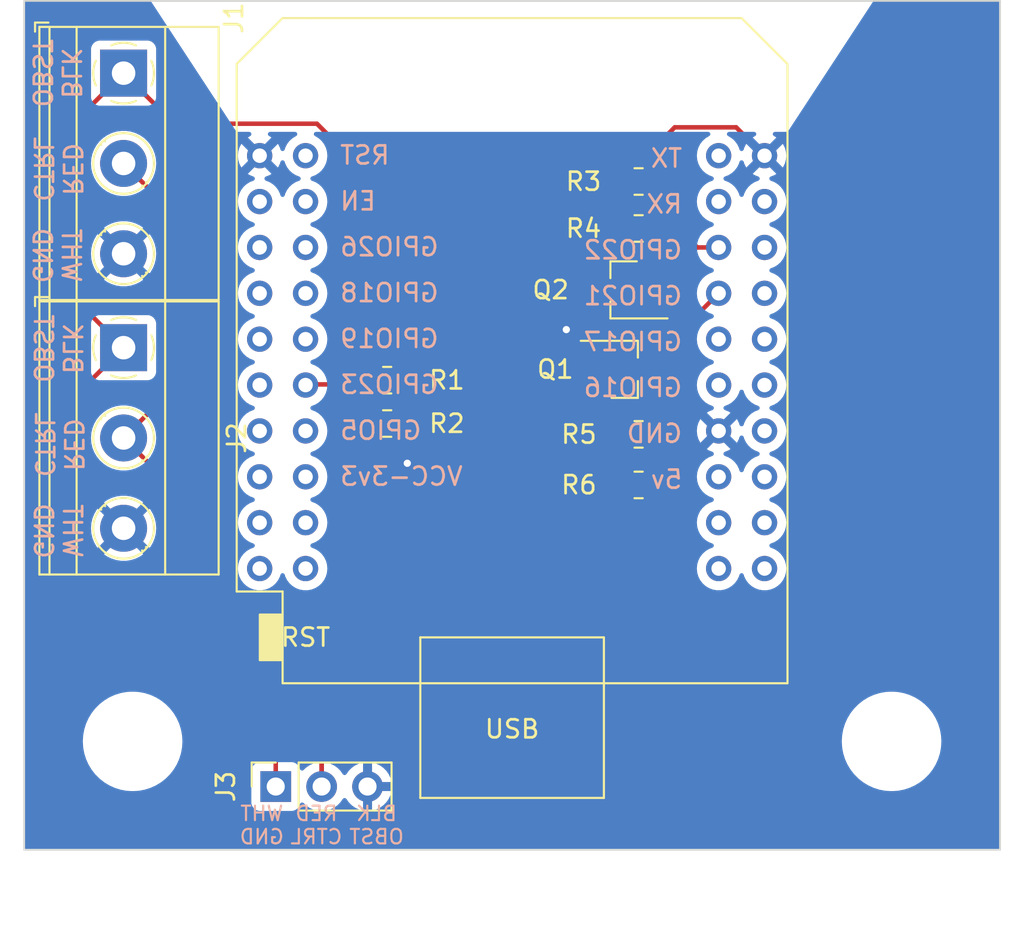
<source format=kicad_pcb>
(kicad_pcb (version 20221018) (generator pcbnew)
  (layers (0 "F.Cu" signal) (31 "B.Cu" signal) (34 "B.Paste" user) (35 "F.Paste" user) (36 "B.SilkS" user "B.Silkscreen") (37 "F.SilkS" user "F.Silkscreen") (38 "B.Mask" user) (39 "F.Mask" user) (44 "Edge.Cuts" user))
  (net 0 "")
  (net 1 "Net-(Q2-G)")
  (net 2 "+3.3V")
  (net 3 "GND")
  (net 4 "+5V")
  (net 5 "Net-(U1-IO_23{slash}D7)")
  (net 23 "Net-(Q1-G)")
  (net 39 "BLK{slash}OBST")
  (net 40 "RED{slash}CTRL")
  (net 41 "/ESP_RX")
  (net 42 "/ESP_TX")
  (footprint "Resistor_SMD:R_0805_2012Metric_Pad1.20x1.40mm_HandSolder" (layer "F.Cu") (at 156 67 180)
    (fp_text reference "R3" (at 3.048 0) (layer "F.SilkS"))
    (fp_text value "10k")
    (fp_line (start -0.227064 -0.735) (end 0.227064 -0.735) (stroke (width 0.12)) (layer "F.SilkS"))
    (fp_line (start -0.227064 0.735) (end 0.227064 0.735) (stroke (width 0.12)) (layer "F.SilkS"))
    (pad "1" smd roundrect (at -1 0 180) (size 1.2 1.4) (layers "F.Cu" "F.Paste" "F.Mask") (roundrect_rratio 0.2083333333) (net 42 "/ESP_TX"))
    (pad "2" smd roundrect (at 1 0 180) (size 1.2 1.4) (layers "F.Cu" "F.Paste" "F.Mask") (roundrect_rratio 0.2083333333) (net 3 "GND"))
  )
  (footprint "Connector_PinSocket_2.54mm:PinSocket_1x03_P2.54mm_Vertical" (layer "F.Cu") (at 138.46 100.5 90)
    (fp_text reference "J3" (at 0 -5.31 90) (layer "F.SilkS"))
    (fp_text value "Screw_Terminal_01x03")
    (fp_line (start -1.33 -1.27) (end -1.33 3.87) (stroke (width 0.12)) (layer "F.SilkS"))
    (fp_line (start -1.33 -1.27) (end 1.33 -1.27) (stroke (width 0.12)) (layer "F.SilkS"))
    (fp_line (start -1.33 3.87) (end 1.33 3.87) (stroke (width 0.12)) (layer "F.SilkS"))
    (fp_line (start 0 -3.87) (end 1.33 -3.87) (stroke (width 0.12)) (layer "F.SilkS"))
    (fp_line (start 1.33 -3.87) (end 1.33 -2.54) (stroke (width 0.12)) (layer "F.SilkS"))
    (fp_line (start 1.33 -1.27) (end 1.33 3.87) (stroke (width 0.12)) (layer "F.SilkS"))
    (pad "1" thru_hole rect (at 0 -2.54 90) (size 1.7 1.7) (drill 1) (layers "*.Cu" "*.Mask") (net 39 "BLK{slash}OBST"))
    (pad "2" thru_hole oval (at 0 0 90) (size 1.7 1.7) (drill 1) (layers "*.Cu" "*.Mask") (net 40 "RED{slash}CTRL"))
    (pad "3" thru_hole oval (at 0 2.54 90) (size 1.7 1.7) (drill 1) (layers "*.Cu" "*.Mask") (net 3 "GND"))
  )
  (footprint "Resistor_SMD:R_0805_2012Metric_Pad1.20x1.40mm_HandSolder" (layer "F.Cu") (at 156 83.8 180)
    (fp_text reference "R6" (at 3.302 0) (layer "F.SilkS"))
    (fp_text value "10k")
    (fp_line (start -0.227064 -0.735) (end 0.227064 -0.735) (stroke (width 0.12)) (layer "F.SilkS"))
    (fp_line (start -0.227064 0.735) (end 0.227064 0.735) (stroke (width 0.12)) (layer "F.SilkS"))
    (pad "1" smd roundrect (at -1 0 180) (size 1.2 1.4) (layers "F.Cu" "F.Paste" "F.Mask") (roundrect_rratio 0.2083333333) (net 3 "GND"))
    (pad "2" smd roundrect (at 1 0 180) (size 1.2 1.4) (layers "F.Cu" "F.Paste" "F.Mask") (roundrect_rratio 0.2083333333) (net 40 "RED{slash}CTRL"))
  )
  (footprint "MountingHole:MountingHole_5mm" (layer "F.Cu") (at 170 98)
    (fp_text reference "H1" hide)
    (fp_text value "MountingHole_5mm")
    (pad "" np_thru_hole circle (at 0 0) (size 5 5) (drill 5) (layers "F&B.Cu" "*.Mask"))
  )
  (footprint "MountingHole:MountingHole_5mm" (layer "F.Cu") (at 128 98)
    (fp_text reference "H1" hide)
    (fp_text value "MountingHole_5mm")
    (pad "" np_thru_hole circle (at 0 0) (size 5 5) (drill 5) (layers "F&B.Cu" "*.Mask"))
  )
  (footprint "ESP32_mini:ESP32_mini" (layer "F.Cu") (at 149 77)
    (fp_text reference "U1" hide)
    (fp_text value "mini_esp32")
    (fp_text user "RST" (at -11.43 15.24) (layer "F.SilkS"))
    (fp_text user "USB" (at 0 20.32) (layer "F.SilkS"))
    (fp_line (start -15.24 -16.51) (end -15.24 12.7) (stroke (width 0.12)) (layer "F.SilkS"))
    (fp_line (start -15.24 12.7) (end -12.7 12.7) (stroke (width 0.12)) (layer "F.SilkS"))
    (fp_line (start -12.7 -19.05) (end -15.24 -16.51) (stroke (width 0.12)) (layer "F.SilkS"))
    (fp_line (start -12.7 -19.05) (end -11.43 -19.05) (stroke (width 0.12)) (layer "F.SilkS"))
    (fp_line (start -12.7 12.7) (end -12.7 17.78) (stroke (width 0.12)) (layer "F.SilkS"))
    (fp_line (start -12.7 17.78) (end 15.24 17.78) (stroke (width 0.12)) (layer "F.SilkS"))
    (fp_line (start -5.08 15.24) (end 5.08 15.24) (stroke (width 0.12)) (layer "F.SilkS"))
    (fp_line (start -5.08 17.78) (end -5.08 15.24) (stroke (width 0.12)) (layer "F.SilkS"))
    (fp_line (start -5.08 17.78) (end -5.08 24.13) (stroke (width 0.12)) (layer "F.SilkS"))
    (fp_line (start -5.08 24.13) (end 5.08 24.13) (stroke (width 0.12)) (layer "F.SilkS"))
    (fp_line (start 5.08 15.24) (end 5.08 17.78) (stroke (width 0.12)) (layer "F.SilkS"))
    (fp_line (start 5.08 24.13) (end 5.08 17.78) (stroke (width 0.12)) (layer "F.SilkS"))
    (fp_line (start 12.7 -19.05) (end -11.43 -19.05) (stroke (width 0.12)) (layer "F.SilkS"))
    (fp_line (start 12.7 -19.05) (end 15.24 -16.51) (stroke (width 0.12)) (layer "F.SilkS"))
    (fp_line (start 15.24 -16.51) (end 15.24 17.78) (stroke (width 0.12)) (layer "F.SilkS"))
    (fp_poly (pts (xy -13.97 16.51) (xy -13.97 13.97) (xy -12.7 13.97) (xy -12.7 16.51)) (stroke (width 0.1)) (fill solid) (layer "F.SilkS"))
    (pad "1" thru_hole circle (at -13.97 -11.43 270) (size 1.4 1.4) (drill 0.8) (layers "*.Cu" "*.Mask") (net 3 "GND"))
    (pad "2" thru_hole circle (at -11.43 -11.43 270) (size 1.4 1.4) (drill 0.8) (layers "*.Cu" "*.Mask"))
    (pad "3" thru_hole circle (at -13.97 -8.89 270) (size 1.4 1.4) (drill 0.8) (layers "*.Cu" "*.Mask"))
    (pad "4" thru_hole circle (at -11.43 -8.89 270) (size 1.4 1.4) (drill 0.8) (layers "*.Cu" "*.Mask"))
    (pad "5" thru_hole circle (at -13.97 -6.35 270) (size 1.4 1.4) (drill 0.8) (layers "*.Cu" "*.Mask"))
    (pad "6" thru_hole circle (at -11.43 -6.35 270) (size 1.4 1.4) (drill 0.8) (layers "*.Cu" "*.Mask"))
    (pad "7" thru_hole circle (at -13.97 -3.81 270) (size 1.4 1.4) (drill 0.8) (layers "*.Cu" "*.Mask"))
    (pad "8" thru_hole circle (at -11.43 -3.81 270) (size 1.4 1.4) (drill 0.8) (layers "*.Cu" "*.Mask"))
    (pad "9" thru_hole circle (at -13.97 -1.27 270) (size 1.4 1.4) (drill 0.8) (layers "*.Cu" "*.Mask"))
    (pad "10" thru_hole circle (at -11.43 -1.27 270) (size 1.4 1.4) (drill 0.8) (layers "*.Cu" "*.Mask"))
    (pad "11" thru_hole circle (at -13.97 1.27 270) (size 1.4 1.4) (drill 0.8) (layers "*.Cu" "*.Mask"))
    (pad "12" thru_hole circle (at -11.43 1.27 270) (size 1.4 1.4) (drill 0.8) (layers "*.Cu" "*.Mask") (net 5 "Net-(U1-IO_23{slash}D7)"))
    (pad "13" thru_hole circle (at -13.97 3.81 270) (size 1.4 1.4) (drill 0.8) (layers "*.Cu" "*.Mask"))
    (pad "14" thru_hole circle (at -11.43 3.81 270) (size 1.4 1.4) (drill 0.8) (layers "*.Cu" "*.Mask"))
    (pad "15" thru_hole circle (at -13.97 6.35 270) (size 1.4 1.4) (drill 0.8) (layers "*.Cu" "*.Mask"))
    (pad "16" thru_hole circle (at -11.43 6.35 270) (size 1.4 1.4) (drill 0.8) (layers "*.Cu" "*.Mask") (net 2 "+3.3V"))
    (pad "17" thru_hole circle (at -13.97 8.89 270) (size 1.4 1.4) (drill 0.8) (layers "*.Cu" "*.Mask"))
    (pad "18" thru_hole circle (at -11.43 8.89 270) (size 1.4 1.4) (drill 0.8) (layers "*.Cu" "*.Mask"))
    (pad "19" thru_hole circle (at -13.97 11.43 270) (size 1.4 1.4) (drill 0.8) (layers "*.Cu" "*.Mask"))
    (pad "20" thru_hole circle (at -11.43 11.43 270) (size 1.4 1.4) (drill 0.8) (layers "*.Cu" "*.Mask"))
    (pad "21" thru_hole circle (at 11.43 -11.43 270) (size 1.4 1.4) (drill 0.8) (layers "*.Cu" "*.Mask"))
    (pad "22" thru_hole circle (at 13.97 -11.43 270) (size 1.4 1.4) (drill 0.8) (layers "*.Cu" "*.Mask") (net 3 "GND"))
    (pad "23" thru_hole circle (at 11.43 -8.89 270) (size 1.4 1.4) (drill 0.8) (layers "*.Cu" "*.Mask"))
    (pad "24" thru_hole circle (at 13.97 -8.89 270) (size 1.4 1.4) (drill 0.8) (layers "*.Cu" "*.Mask"))
    (pad "25" thru_hole circle (at 11.43 -6.35 270) (size 1.4 1.4) (drill 0.8) (layers "*.Cu" "*.Mask") (net 42 "/ESP_TX"))
    (pad "26" thru_hole circle (at 13.97 -6.35 270) (size 1.4 1.4) (drill 0.8) (layers "*.Cu" "*.Mask"))
    (pad "27" thru_hole circle (at 11.43 -3.81 270) (size 1.4 1.4) (drill 0.8) (layers "*.Cu" "*.Mask") (net 41 "/ESP_RX"))
    (pad "28" thru_hole circle (at 13.97 -3.81 270) (size 1.4 1.4) (drill 0.8) (layers "*.Cu" "*.Mask"))
    (pad "29" thru_hole circle (at 11.43 -1.27 270) (size 1.4 1.4) (drill 0.8) (layers "*.Cu" "*.Mask"))
    (pad "30" thru_hole circle (at 13.97 -1.27 270) (size 1.4 1.4) (drill 0.8) (layers "*.Cu" "*.Mask"))
    (pad "31" thru_hole circle (at 11.43 1.27 270) (size 1.4 1.4) (drill 0.8) (layers "*.Cu" "*.Mask"))
    (pad "32" thru_hole circle (at 13.97 1.27 270) (size 1.4 1.4) (drill 0.8) (layers "*.Cu" "*.Mask"))
    (pad "33" thru_hole circle (at 11.43 3.81 270) (size 1.4 1.4) (drill 0.8) (layers "*.Cu" "*.Mask") (net 3 "GND"))
    (pad "34" thru_hole circle (at 13.97 3.81 270) (size 1.4 1.4) (drill 0.8) (layers "*.Cu" "*.Mask"))
    (pad "35" thru_hole circle (at 11.43 6.35 270) (size 1.4 1.4) (drill 0.8) (layers "*.Cu" "*.Mask") (net 4 "+5V"))
    (pad "36" thru_hole circle (at 13.97 6.35 270) (size 1.4 1.4) (drill 0.8) (layers "*.Cu" "*.Mask"))
    (pad "37" thru_hole circle (at 11.43 8.89 270) (size 1.4 1.4) (drill 0.8) (layers "*.Cu" "*.Mask"))
    (pad "38" thru_hole circle (at 13.97 8.89 270) (size 1.4 1.4) (drill 0.8) (layers "*.Cu" "*.Mask"))
    (pad "39" thru_hole circle (at 11.43 11.43 270) (size 1.4 1.4) (drill 0.8) (layers "*.Cu" "*.Mask"))
    (pad "40" thru_hole circle (at 13.97 11.43 270) (size 1.4 1.4) (drill 0.8) (layers "*.Cu" "*.Mask"))
  )
  (footprint "TerminalBlock_Phoenix:TerminalBlock_Phoenix_MKDS-1,5-3_1x03_P5.00mm_Horizontal" (layer "F.Cu") (at 127.5 81.2 -90)
    (fp_text reference "J2" (at 0 -6.26 90) (layer "F.SilkS"))
    (fp_text value "Screw_Terminal_01x03")
    (fp_line (start -7.8 4.16) (end -7.8 4.9) (stroke (width 0.12)) (layer "F.SilkS"))
    (fp_line (start -7.8 4.9) (end -7.3 4.9) (stroke (width 0.12)) (layer "F.SilkS"))
    (fp_line (start -7.56 -5.261) (end -7.56 4.66) (stroke (width 0.12)) (layer "F.SilkS"))
    (fp_line (start -7.56 -5.261) (end 7.56 -5.261) (stroke (width 0.12)) (layer "F.SilkS"))
    (fp_line (start -7.56 -2.301) (end 7.56 -2.301) (stroke (width 0.12)) (layer "F.SilkS"))
    (fp_line (start -7.56 2.6) (end 7.56 2.6) (stroke (width 0.12)) (layer "F.SilkS"))
    (fp_line (start -7.56 4.1) (end 7.56 4.1) (stroke (width 0.12)) (layer "F.SilkS"))
    (fp_line (start -7.56 4.66) (end 7.56 4.66) (stroke (width 0.12)) (layer "F.SilkS"))
    (fp_line (start -1.227 1.023) (end -1.274 1.069) (stroke (width 0.12)) (layer "F.SilkS"))
    (fp_line (start -1.034 1.239) (end -1.069 1.274) (stroke (width 0.12)) (layer "F.SilkS"))
    (fp_line (start 1.07 -1.275) (end 1.035 -1.239) (stroke (width 0.12)) (layer "F.SilkS"))
    (fp_line (start 1.275 -1.069) (end 1.228 -1.023) (stroke (width 0.12)) (layer "F.SilkS"))
    (fp_line (start 3.773 1.023) (end 3.726 1.069) (stroke (width 0.12)) (layer "F.SilkS"))
    (fp_line (start 3.966 1.239) (end 3.931 1.274) (stroke (width 0.12)) (layer "F.SilkS"))
    (fp_line (start 6.07 -1.275) (end 6.035 -1.239) (stroke (width 0.12)) (layer "F.SilkS"))
    (fp_line (start 6.275 -1.069) (end 6.228 -1.023) (stroke (width 0.12)) (layer "F.SilkS"))
    (fp_line (start 7.56 -5.261) (end 7.56 4.66) (stroke (width 0.12)) (layer "F.SilkS"))
    (fp_arc (start -6.535427 0.683042) (mid -6.680501 -0.000524) (end -6.535 -0.684) (stroke (width 0.12)) (layer "F.SilkS"))
    (fp_arc (start -5.683042 -1.535427) (mid -4.999476 -1.680501) (end -4.316 -1.535) (stroke (width 0.12)) (layer "F.SilkS"))
    (fp_arc (start -4.971195 1.680253) (mid -5.335551 1.646659) (end -5.684 1.535) (stroke (width 0.12)) (layer "F.SilkS"))
    (fp_arc (start -4.316682 1.534756) (mid -4.650708 1.643288) (end -5 1.68) (stroke (width 0.12)) (layer "F.SilkS"))
    (fp_arc (start -3.464573 -0.683042) (mid -3.319499 0.000524) (end -3.465 0.684) (stroke (width 0.12)) (layer "F.SilkS"))
    (fp_circle (center 0 0) (end 1.68 0) (stroke (width 0.12)) (fill none) (layer "F.SilkS"))
    (fp_circle (center 5 0) (end 6.68 0) (stroke (width 0.12)) (fill none) (layer "F.SilkS"))
    (pad "1" thru_hole rect (at -5 0 270) (size 2.6 2.6) (drill 1.3) (layers "*.Cu" "*.Mask") (net 39 "BLK{slash}OBST"))
    (pad "2" thru_hole circle (at 0 0 270) (size 2.6 2.6) (drill 1.3) (layers "*.Cu" "*.Mask") (net 40 "RED{slash}CTRL"))
    (pad "3" thru_hole circle (at 5 0 270) (size 2.6 2.6) (drill 1.3) (layers "*.Cu" "*.Mask") (net 3 "GND"))
  )
  (footprint "Package_TO_SOT_SMD:SOT-23_Handsoldering" (layer "F.Cu") (at 155.2 73 180)
    (fp_text reference "Q2" (at 4.064 0 180) (layer "F.SilkS"))
    (fp_text value "AO3400A")
    (fp_line (start 0.76 -1.58) (end -2.4 -1.58) (stroke (width 0.12)) (layer "F.SilkS"))
    (fp_line (start 0.76 -1.58) (end 0.76 -0.65) (stroke (width 0.12)) (layer "F.SilkS"))
    (fp_line (start 0.76 1.58) (end -0.7 1.58) (stroke (width 0.12)) (layer "F.SilkS"))
    (fp_line (start 0.76 1.58) (end 0.76 0.65) (stroke (width 0.12)) (layer "F.SilkS"))
    (pad "1" smd rect (at -1.5 0.95 180) (size 1.9 0.8) (layers "F.Cu" "F.Paste" "F.Mask") (net 1 "Net-(Q2-G)"))
    (pad "2" smd rect (at -1.5 -0.95 180) (size 1.9 0.8) (layers "F.Cu" "F.Paste" "F.Mask") (net 3 "GND"))
    (pad "3" smd rect (at 1.5 0 180) (size 1.9 0.8) (layers "F.Cu" "F.Paste" "F.Mask") (net 40 "RED{slash}CTRL"))
  )
  (footprint "Resistor_SMD:R_0805_2012Metric_Pad1.20x1.40mm_HandSolder" (layer "F.Cu") (at 156 69.6)
    (fp_text reference "R4" (at -3.048 0) (layer "F.SilkS"))
    (fp_text value "1k")
    (fp_line (start -0.227064 -0.735) (end 0.227064 -0.735) (stroke (width 0.12)) (layer "F.SilkS"))
    (fp_line (start -0.227064 0.735) (end 0.227064 0.735) (stroke (width 0.12)) (layer "F.SilkS"))
    (pad "1" smd roundrect (at -1 0) (size 1.2 1.4) (layers "F.Cu" "F.Paste" "F.Mask") (roundrect_rratio 0.2083333333) (net 1 "Net-(Q2-G)"))
    (pad "2" smd roundrect (at 1 0) (size 1.2 1.4) (layers "F.Cu" "F.Paste" "F.Mask") (roundrect_rratio 0.2083333333) (net 42 "/ESP_TX"))
  )
  (footprint "Package_TO_SOT_SMD:SOT-23_Handsoldering" (layer "F.Cu") (at 155.2 77.4)
    (fp_text reference "Q1" (at -3.81 0) (layer "F.SilkS"))
    (fp_text value "2N7002")
    (fp_line (start 0.76 -1.58) (end -2.4 -1.58) (stroke (width 0.12)) (layer "F.SilkS"))
    (fp_line (start 0.76 -1.58) (end 0.76 -0.65) (stroke (width 0.12)) (layer "F.SilkS"))
    (fp_line (start 0.76 1.58) (end -0.7 1.58) (stroke (width 0.12)) (layer "F.SilkS"))
    (fp_line (start 0.76 1.58) (end 0.76 0.65) (stroke (width 0.12)) (layer "F.SilkS"))
    (pad "1" smd rect (at -1.5 0.95) (size 1.9 0.8) (layers "F.Cu" "F.Paste" "F.Mask") (net 23 "Net-(Q1-G)"))
    (pad "2" smd rect (at -1.5 -0.95) (size 1.9 0.8) (layers "F.Cu" "F.Paste" "F.Mask") (net 3 "GND"))
    (pad "3" smd rect (at 1.5 0) (size 1.9 0.8) (layers "F.Cu" "F.Paste" "F.Mask") (net 41 "/ESP_RX"))
  )
  (footprint "TerminalBlock_Phoenix:TerminalBlock_Phoenix_MKDS-1,5-3_1x03_P5.00mm_Horizontal" (layer "F.Cu") (at 127.5 66 -90)
    (fp_text reference "J1" (at -8.048 -6.096 90) (layer "F.SilkS"))
    (fp_text value "Screw_Terminal_01x03")
    (fp_line (start -7.8 4.16) (end -7.8 4.9) (stroke (width 0.12)) (layer "F.SilkS"))
    (fp_line (start -7.8 4.9) (end -7.3 4.9) (stroke (width 0.12)) (layer "F.SilkS"))
    (fp_line (start -7.56 -5.261) (end -7.56 4.66) (stroke (width 0.12)) (layer "F.SilkS"))
    (fp_line (start -7.56 -5.261) (end 7.56 -5.261) (stroke (width 0.12)) (layer "F.SilkS"))
    (fp_line (start -7.56 -2.301) (end 7.56 -2.301) (stroke (width 0.12)) (layer "F.SilkS"))
    (fp_line (start -7.56 2.6) (end 7.56 2.6) (stroke (width 0.12)) (layer "F.SilkS"))
    (fp_line (start -7.56 4.1) (end 7.56 4.1) (stroke (width 0.12)) (layer "F.SilkS"))
    (fp_line (start -7.56 4.66) (end 7.56 4.66) (stroke (width 0.12)) (layer "F.SilkS"))
    (fp_line (start -1.227 1.023) (end -1.274 1.069) (stroke (width 0.12)) (layer "F.SilkS"))
    (fp_line (start -1.034 1.239) (end -1.069 1.274) (stroke (width 0.12)) (layer "F.SilkS"))
    (fp_line (start 1.07 -1.275) (end 1.035 -1.239) (stroke (width 0.12)) (layer "F.SilkS"))
    (fp_line (start 1.275 -1.069) (end 1.228 -1.023) (stroke (width 0.12)) (layer "F.SilkS"))
    (fp_line (start 3.773 1.023) (end 3.726 1.069) (stroke (width 0.12)) (layer "F.SilkS"))
    (fp_line (start 3.966 1.239) (end 3.931 1.274) (stroke (width 0.12)) (layer "F.SilkS"))
    (fp_line (start 6.07 -1.275) (end 6.035 -1.239) (stroke (width 0.12)) (layer "F.SilkS"))
    (fp_line (start 6.275 -1.069) (end 6.228 -1.023) (stroke (width 0.12)) (layer "F.SilkS"))
    (fp_line (start 7.56 -5.261) (end 7.56 4.66) (stroke (width 0.12)) (layer "F.SilkS"))
    (fp_arc (start -6.535427 0.683042) (mid -6.680501 -0.000524) (end -6.535 -0.684) (stroke (width 0.12)) (layer "F.SilkS"))
    (fp_arc (start -5.683042 -1.535427) (mid -4.999476 -1.680501) (end -4.316 -1.535) (stroke (width 0.12)) (layer "F.SilkS"))
    (fp_arc (start -4.971195 1.680253) (mid -5.335551 1.646659) (end -5.684 1.535) (stroke (width 0.12)) (layer "F.SilkS"))
    (fp_arc (start -4.316682 1.534756) (mid -4.650708 1.643288) (end -5 1.68) (stroke (width 0.12)) (layer "F.SilkS"))
    (fp_arc (start -3.464573 -0.683042) (mid -3.319499 0.000524) (end -3.465 0.684) (stroke (width 0.12)) (layer "F.SilkS"))
    (fp_circle (center 0 0) (end 1.68 0) (stroke (width 0.12)) (fill none) (layer "F.SilkS"))
    (fp_circle (center 5 0) (end 6.68 0) (stroke (width 0.12)) (fill none) (layer "F.SilkS"))
    (pad "1" thru_hole rect (at -5 0 270) (size 2.6 2.6) (drill 1.3) (layers "*.Cu" "*.Mask") (net 39 "BLK{slash}OBST"))
    (pad "2" thru_hole circle (at 0 0 270) (size 2.6 2.6) (drill 1.3) (layers "*.Cu" "*.Mask") (net 40 "RED{slash}CTRL"))
    (pad "3" thru_hole circle (at 5 0 270) (size 2.6 2.6) (drill 1.3) (layers "*.Cu" "*.Mask") (net 3 "GND"))
  )
  (footprint "Resistor_SMD:R_0805_2012Metric_Pad1.20x1.40mm_HandSolder" (layer "F.Cu") (at 142.0875 80.4)
    (fp_text reference "R2" (at 3.302 0) (layer "F.SilkS"))
    (fp_text value "10k")
    (fp_line (start -0.227064 -0.735) (end 0.227064 -0.735) (stroke (width 0.12)) (layer "F.SilkS"))
    (fp_line (start -0.227064 0.735) (end 0.227064 0.735) (stroke (width 0.12)) (layer "F.SilkS"))
    (pad "1" smd roundrect (at -1 0) (size 1.2 1.4) (layers "F.Cu" "F.Paste" "F.Mask") (roundrect_rratio 0.2083333333) (net 5 "Net-(U1-IO_23{slash}D7)"))
    (pad "2" smd roundrect (at 1 0) (size 1.2 1.4) (layers "F.Cu" "F.Paste" "F.Mask") (roundrect_rratio 0.2083333333) (net 3 "GND"))
  )
  (footprint "Resistor_SMD:R_0805_2012Metric_Pad1.20x1.40mm_HandSolder" (layer "F.Cu") (at 142.0875 78 180)
    (fp_text reference "R1" (at -3.302 0 180) (layer "F.SilkS"))
    (fp_text value "10k")
    (fp_line (start -0.227064 -0.735) (end 0.227064 -0.735) (stroke (width 0.12)) (layer "F.SilkS"))
    (fp_line (start -0.227064 0.735) (end 0.227064 0.735) (stroke (width 0.12)) (layer "F.SilkS"))
    (pad "1" smd roundrect (at -1 0 180) (size 1.2 1.4) (layers "F.Cu" "F.Paste" "F.Mask") (roundrect_rratio 0.2083333333) (net 39 "BLK{slash}OBST"))
    (pad "2" smd roundrect (at 1 0 180) (size 1.2 1.4) (layers "F.Cu" "F.Paste" "F.Mask") (roundrect_rratio 0.2083333333) (net 5 "Net-(U1-IO_23{slash}D7)"))
  )
  (footprint "Resistor_SMD:R_0805_2012Metric_Pad1.20x1.40mm_HandSolder" (layer "F.Cu") (at 156 81)
    (fp_text reference "R5" (at -3.302 0) (layer "F.SilkS"))
    (fp_text value "10k")
    (fp_line (start -0.227064 -0.735) (end 0.227064 -0.735) (stroke (width 0.12)) (layer "F.SilkS"))
    (fp_line (start -0.227064 0.735) (end 0.227064 0.735) (stroke (width 0.12)) (layer "F.SilkS"))
    (pad "1" smd roundrect (at -1 0) (size 1.2 1.4) (layers "F.Cu" "F.Paste" "F.Mask") (roundrect_rratio 0.2083333333) (net 40 "RED{slash}CTRL"))
    (pad "2" smd roundrect (at 1 0) (size 1.2 1.4) (layers "F.Cu" "F.Paste" "F.Mask") (roundrect_rratio 0.2083333333) (net 23 "Net-(Q1-G)"))
  )
  (gr_rect (start 122 57) (end 176 104) (stroke (width 0.1)) (fill none) (layer "Edge.Cuts"))
  (gr_text "RED\nCTRL" (at 122.465464 66.325116 -90) (layer "B.SilkS") (effects (font (size 1 1)) (justify bottom mirror)))
  (gr_text "WHT\nGND" (at 122.465464 86.348425 -90) (layer "B.SilkS") (effects (font (size 1 1)) (justify bottom mirror)))
  (gr_text "WHT\nGND" (at 122.4 71.098425 -90) (layer "B.SilkS") (effects (font (size 1 1)) (justify bottom mirror)))
  (gr_text "GPIO17" (at 158.5 76.46) (layer "B.SilkS") (effects (font (size 1 1)) (justify left bottom mirror)))
  (gr_text "BLK\nOBST" (at 122.465464 76.25 -90) (layer "B.SilkS") (effects (font (size 1 1)) (justify bottom mirror)))
  (gr_text "RST" (at 142.308003 66.129703) (layer "B.SilkS") (effects (font (size 1 1)) (justify left bottom mirror)))
  (gr_text "GPIO22" (at 158.5 71.38) (layer "B.SilkS") (effects (font (size 1 1)) (justify left bottom mirror)))
  (gr_text "WHT\nGND" (at 135.15 103.75) (layer "B.SilkS") (effects (font (size 0.8 0.8) (thickness 0.12)) (justify bottom mirror)))
  (gr_text "RX" (at 158.5 68.84) (layer "B.SilkS") (effects (font (size 1 1)) (justify left bottom mirror)))
  (gr_text "GPIO16" (at 158.5 79) (layer "B.SilkS") (effects (font (size 1 1)) (justify left bottom mirror)))
  (gr_text "GPIO23" (at 145.022288 78.829703) (layer "B.SilkS") (effects (font (size 1 1)) (justify left bottom mirror)))
  (gr_text "5v" (at 158.5 84.08) (layer "B.SilkS") (effects (font (size 1 1)) (justify left bottom mirror)))
  (gr_text "RED\nCTRL" (at 122.530928 81.575116 -90) (layer "B.SilkS") (effects (font (size 1 1)) (justify bottom mirror)))
  (gr_text "GPIO5" (at 144.069907 81.369703) (layer "B.SilkS") (effects (font (size 1 1)) (justify left bottom mirror)))
  (gr_text "RED\nCTRL" (at 138.17 103.75) (layer "B.SilkS") (effects (font (size 0.8 0.8) (thickness 0.12)) (justify bottom mirror)))
  (gr_text "EN" (at 141.546098 68.669703) (layer "B.SilkS") (effects (font (size 1 1)) (justify left bottom mirror)))
  (gr_text "GPIO19" (at 145.022288 76.289703) (layer "B.SilkS") (effects (font (size 1 1)) (justify left bottom mirror)))
  (gr_text "TX" (at 158.5 66.3) (layer "B.SilkS") (effects (font (size 1 1)) (justify left bottom mirror)))
  (gr_text "BLK\nOBST" (at 122.4 61 -90) (layer "B.SilkS") (effects (font (size 1 1)) (justify bottom mirror)))
  (gr_text "VCC-3v3" (at 146.355622 83.909703) (layer "B.SilkS") (effects (font (size 1 1)) (justify left bottom mirror)))
  (gr_text "GND" (at 158.5 81.54) (layer "B.SilkS") (effects (font (size 1 1)) (justify left bottom mirror)))
  (gr_text "GPIO18" (at 145.022288 73.749703) (layer "B.SilkS") (effects (font (size 1 1)) (justify left bottom mirror)))
  (gr_text "BLK\nOBST" (at 141.5 103.75) (layer "B.SilkS") (effects (font (size 0.8 0.8) (thickness 0.12)) (justify bottom mirror)))
  (gr_text "GPIO26" (at 145.022288 71.209703) (layer "B.SilkS") (effects (font (size 1 1)) (justify left bottom mirror)))
  (gr_text "GPIO21" (at 158.5 73.92) (layer "B.SilkS") (effects (font (size 1 1)) (justify left bottom mirror)))
  (segment (start 155 70) (end 156.7 71.7) (width 0.25) (layer "F.Cu") (net 1))
  (segment (start 156.7 71.7) (end 156.7 72.05) (width 0.25) (layer "F.Cu") (net 1))
  (segment (start 155 69.6) (end 155 70) (width 0.25) (layer "F.Cu") (net 1))
  (segment (start 143.2 82.6) (end 143.2 80.5125) (width 0.25) (layer "F.Cu") (net 3))
  (segment (start 152 75.2) (end 155.45 75.2) (width 0.25) (layer "F.Cu") (net 3))
  (segment (start 153.7 76.1) (end 153.7 76.45) (width 0.25) (layer "F.Cu") (net 3))
  (segment (start 155 67) (end 158 64) (width 0.25) (layer "F.Cu") (net 3))
  (segment (start 158 64) (end 161.4 64) (width 0.25) (layer "F.Cu") (net 3))
  (segment (start 157.44 83.8) (end 160.43 80.81) (width 0.25) (layer "F.Cu") (net 3))
  (segment (start 155.45 75.2) (end 156.7 73.95) (width 0.25) (layer "F.Cu") (net 3))
  (segment (start 155 67) (end 155 66.8) (width 0.25) (layer "F.Cu") (net 3))
  (segment (start 152 75.2) (end 152.8 75.2) (width 0.25) (layer "F.Cu") (net 3))
  (segment (start 143.2 80.5125) (end 143.0875 80.4) (width 0.25) (layer "F.Cu") (net 3))
  (segment (start 161.4 64) (end 162.97 65.57) (width 0.25) (layer "F.Cu") (net 3))
  (segment (start 157 83.8) (end 157.44 83.8) (width 0.25) (layer "F.Cu") (net 3))
  (segment (start 152.8 75.2) (end 153.7 76.1) (width 0.25) (layer "F.Cu") (net 3))
  (via (at 152 75.2) (size 0.8) (drill 0.4) (layers "F.Cu" "B.Cu") (net 3))
  (via (at 143.2 82.6) (size 0.8) (drill 0.4) (layers "F.Cu" "B.Cu") (net 3))
  (segment (start 141.0875 78) (end 141.0875 80.4) (width 0.25) (layer "F.Cu") (net 5))
  (segment (start 140.766339 78.233661) (end 141.175 77.825) (width 0.25) (layer "F.Cu") (net 5))
  (segment (start 140.853839 78.233661) (end 141.0875 78) (width 0.25) (layer "F.Cu") (net 5))
  (segment (start 137.606339 78.233661) (end 140.853839 78.233661) (width 0.25) (layer "F.Cu") (net 5))
  (segment (start 137.57 78.27) (end 137.606339 78.233661) (width 0.25) (layer "F.Cu") (net 5))
  (segment (start 157 80.45) (end 157 81) (width 0.25) (layer "F.Cu") (net 23))
  (segment (start 154.9 78.35) (end 157 80.45) (width 0.25) (layer "F.Cu") (net 23))
  (segment (start 153.7 78.35) (end 154.9 78.35) (width 0.25) (layer "F.Cu") (net 23))
  (segment (start 124.8 63.7) (end 124.8 73.5) (width 0.25) (layer "F.Cu") (net 39))
  (segment (start 138.2 63.8) (end 130.3 63.8) (width 0.25) (layer "F.Cu") (net 39))
  (segment (start 127.5 61) (end 124.8 63.7) (width 0.25) (layer "F.Cu") (net 39))
  (segment (start 143.0875 78) (end 143.0875 76.2875) (width 0.25) (layer "F.Cu") (net 39))
  (segment (start 124.7 86.4) (end 135.92 97.62) (width 0.25) (layer "F.Cu") (net 39))
  (segment (start 143.0875 76.2875) (end 139.7 72.9) (width 0.25) (layer "F.Cu") (net 39))
  (segment (start 124.8 73.5) (end 127.5 76.2) (width 0.25) (layer "F.Cu") (net 39))
  (segment (start 139.7 65.3) (end 138.2 63.8) (width 0.25) (layer "F.Cu") (net 39))
  (segment (start 130.3 63.8) (end 127.5 61) (width 0.25) (layer "F.Cu") (net 39))
  (segment (start 124.7 79) (end 124.7 86.4) (width 0.25) (layer "F.Cu") (net 39))
  (segment (start 139.7 72.9) (end 139.7 65.3) (width 0.25) (layer "F.Cu") (net 39))
  (segment (start 135.92 97.62) (end 135.92 100.5) (width 0.25) (layer "F.Cu") (net 39))
  (segment (start 127.5 76.2) (end 124.7 79) (width 0.25) (layer "F.Cu") (net 39))
  (segment (start 151.4 83.8) (end 155 83.8) (width 0.25) (layer "F.Cu") (net 40))
  (segment (start 151.6 73) (end 150.675 73.925) (width 0.25) (layer "F.Cu") (net 40))
  (segment (start 138.46 96.74) (end 151.4 83.8) (width 0.25) (layer "F.Cu") (net 40))
  (segment (start 130.2 78.5) (end 130.2 68.7) (width 0.25) (layer "F.Cu") (net 40))
  (segment (start 127.5 81.2) (end 130.2 83.9) (width 0.25) (layer "F.Cu") (net 40))
  (segment (start 138.46 96.66) (end 138.46 100.5) (width 0.25) (layer "F.Cu") (net 40))
  (segment (start 138.46 100.5) (end 138.46 96.74) (width 0.25) (layer "F.Cu") (net 40))
  (segment (start 150.675 79.275) (end 152.4 81) (width 0.25) (layer "F.Cu") (net 40))
  (segment (start 127.5 81.2) (end 130.2 78.5) (width 0.25) (layer "F.Cu") (net 40))
  (segment (start 130.2 83.9) (end 130.2 88.4) (width 0.25) (layer "F.Cu") (net 40))
  (segment (start 130.2 68.7) (end 127.5 66) (width 0.25) (layer "F.Cu") (net 40))
  (segment (start 150.675 73.925) (end 150.675 79.275) (width 0.25) (layer "F.Cu") (net 40))
  (segment (start 130.2 88.4) (end 138.46 96.66) (width 0.25) (layer "F.Cu") (net 40))
  (segment (start 155 83.8) (end 155 81) (width 0.25) (layer "F.Cu") (net 40))
  (segment (start 152.4 81) (end 155 81) (width 0.25) (layer "F.Cu") (net 40))
  (segment (start 153.7 73) (end 151.6 73) (width 0.25) (layer "F.Cu") (net 40))
  (segment (start 156.7 76.92) (end 156.7 77.4) (width 0.25) (layer "F.Cu") (net 41))
  (segment (start 160.43 73.19) (end 156.7 76.92) (width 0.25) (layer "F.Cu") (net 41))
  (segment (start 157 69.6) (end 157 67) (width 0.25) (layer "F.Cu") (net 42))
  (segment (start 160.43 70.65) (end 159.25 70.65) (width 0.25) (layer "F.Cu") (net 42))
  (segment (start 158.2 69.6) (end 157 69.6) (width 0.25) (layer "F.Cu") (net 42))
  (segment (start 159.25 70.65) (end 158.2 69.6) (width 0.25) (layer "F.Cu") (net 42))
  (zone (net 3) (net_name "GND") (layer "B.Cu") (connect_pads (clearance 0.5)) (min_thickness 0.25) (fill yes (thermal_gap 0.5) (thermal_bridge_width 0.5))
    (polygon (pts (xy 122 57) (xy 176 57) (xy 176 104) (xy 122 104)))
  )
  (zone (net 0) (net_name "") (layer "B.Cu") (name "No Copper") (connect_pads (clearance 0)) (min_thickness 0.25)
    (keepout (tracks not_allowed) (vias not_allowed) (pads not_allowed) (copperpour not_allowed) (footprints allowed))
    (fill (thermal_gap 0.5) (thermal_bridge_width 0.5))
    (polygon (pts (xy 129 57) (xy 169 57) (xy 164.25 64.25) (xy 133.75 64.25)))
  )
)
</source>
